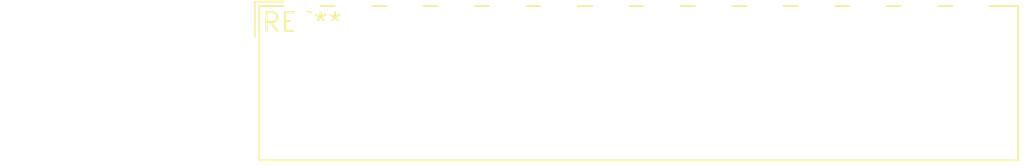
<source format=kicad_pcb>
(kicad_pcb (version 20240108) (generator pcbnew)
  (layers (0 "F.Cu" signal) (31 "B.Cu" signal) (34 "B.Paste" user) (35 "F.Paste" user) (36 "B.SilkS" user "B.Silkscreen") (37 "F.SilkS" user "F.Silkscreen") (38 "B.Mask" user) (39 "F.Mask" user) (44 "Edge.Cuts" user))
  (net 0 "")
  (footprint "Wago_734-174_1x14_P3.50mm_Horizontal" (layer "F.Cu") (at 0 0)
    (property "Reference" "REF**")
    (property "Value" "Wago_734-174_1x14_P3.50mm_Horizontal")
    (fp_line (start -3.21 -1.41) (end -1.26 -1.41) (layer "F.SilkS") (stroke (width 0.12)))
    (fp_line (start -3.21 1) (end -3.21 -1.41) (layer "F.SilkS") (stroke (width 0.12)))
    (fp_line (start -2.91 -1.11) (end -2.91 9.41) (layer "F.SilkS") (stroke (width 0.12)))
    (fp_line (start -2.91 9.41) (end 48.71 9.41) (layer "F.SilkS") (stroke (width 0.12)))
    (fp_line (start -1.26 -1.11) (end -2.91 -1.11) (layer "F.SilkS") (stroke (width 0.12)))
    (fp_line (start 1.26 -1.11) (end 2.24 -1.11) (layer "F.SilkS") (stroke (width 0.12)))
    (fp_line (start 4.76 -1.11) (end 5.74 -1.11) (layer "F.SilkS") (stroke (width 0.12)))
    (fp_line (start 8.26 -1.11) (end 9.24 -1.11) (layer "F.SilkS") (stroke (width 0.12)))
    (fp_line (start 11.76 -1.11) (end 12.74 -1.11) (layer "F.SilkS") (stroke (width 0.12)))
    (fp_line (start 15.26 -1.11) (end 16.24 -1.11) (layer "F.SilkS") (stroke (width 0.12)))
    (fp_line (start 18.76 -1.11) (end 19.74 -1.11) (layer "F.SilkS") (stroke (width 0.12)))
    (fp_line (start 22.26 -1.11) (end 23.24 -1.11) (layer "F.SilkS") (stroke (width 0.12)))
    (fp_line (start 25.76 -1.11) (end 26.74 -1.11) (layer "F.SilkS") (stroke (width 0.12)))
    (fp_line (start 29.26 -1.11) (end 30.24 -1.11) (layer "F.SilkS") (stroke (width 0.12)))
    (fp_line (start 32.76 -1.11) (end 33.74 -1.11) (layer "F.SilkS") (stroke (width 0.12)))
    (fp_line (start 36.26 -1.11) (end 37.24 -1.11) (layer "F.SilkS") (stroke (width 0.12)))
    (fp_line (start 39.76 -1.11) (end 40.74 -1.11) (layer "F.SilkS") (stroke (width 0.12)))
    (fp_line (start 43.26 -1.11) (end 44.24 -1.11) (layer "F.SilkS") (stroke (width 0.12)))
    (fp_line (start 48.71 -1.11) (end 46.76 -1.11) (layer "F.SilkS") (stroke (width 0.12)))
    (fp_line (start 48.71 9.41) (end 48.71 -1.11) (layer "F.SilkS") (stroke (width 0.12)))
    (pad "1" thru_hole roundrect (at 0 0) (size 2 2.6) (drill 1.6) (layers *.Cu *.Mask) (remove_unused_layers) (roundrect_rratio 0.125))
    (pad "2" thru_hole oval (at 3.5 0) (size 2 2.6) (drill 1.6) (layers *.Cu *.Mask) (remove_unused_layers))
    (pad "3" thru_hole oval (at 7 0) (size 2 2.6) (drill 1.6) (layers *.Cu *.Mask) (remove_unused_layers))
    (pad "4" thru_hole oval (at 10.5 0) (size 2 2.6) (drill 1.6) (layers *.Cu *.Mask) (remove_unused_layers))
    (pad "5" thru_hole oval (at 14 0) (size 2 2.6) (drill 1.6) (layers *.Cu *.Mask) (remove_unused_layers))
    (pad "6" thru_hole oval (at 17.5 0) (size 2 2.6) (drill 1.6) (layers *.Cu *.Mask) (remove_unused_layers))
    (pad "7" thru_hole oval (at 21 0) (size 2 2.6) (drill 1.6) (layers *.Cu *.Mask) (remove_unused_layers))
    (pad "8" thru_hole oval (at 24.5 0) (size 2 2.6) (drill 1.6) (layers *.Cu *.Mask) (remove_unused_layers))
    (pad "9" thru_hole oval (at 28 0) (size 2 2.6) (drill 1.6) (layers *.Cu *.Mask) (remove_unused_layers))
    (pad "10" thru_hole oval (at 31.5 0) (size 2 2.6) (drill 1.6) (layers *.Cu *.Mask) (remove_unused_layers))
    (pad "11" thru_hole oval (at 35 0) (size 2 2.6) (drill 1.6) (layers *.Cu *.Mask) (remove_unused_layers))
    (pad "12" thru_hole oval (at 38.5 0) (size 2 2.6) (drill 1.6) (layers *.Cu *.Mask) (remove_unused_layers))
    (pad "13" thru_hole oval (at 42 0) (size 2 2.6) (drill 1.6) (layers *.Cu *.Mask) (remove_unused_layers))
    (pad "14" thru_hole oval (at 45.5 0) (size 2 2.6) (drill 1.6) (layers *.Cu *.Mask) (remove_unused_layers))
  )
)
</source>
